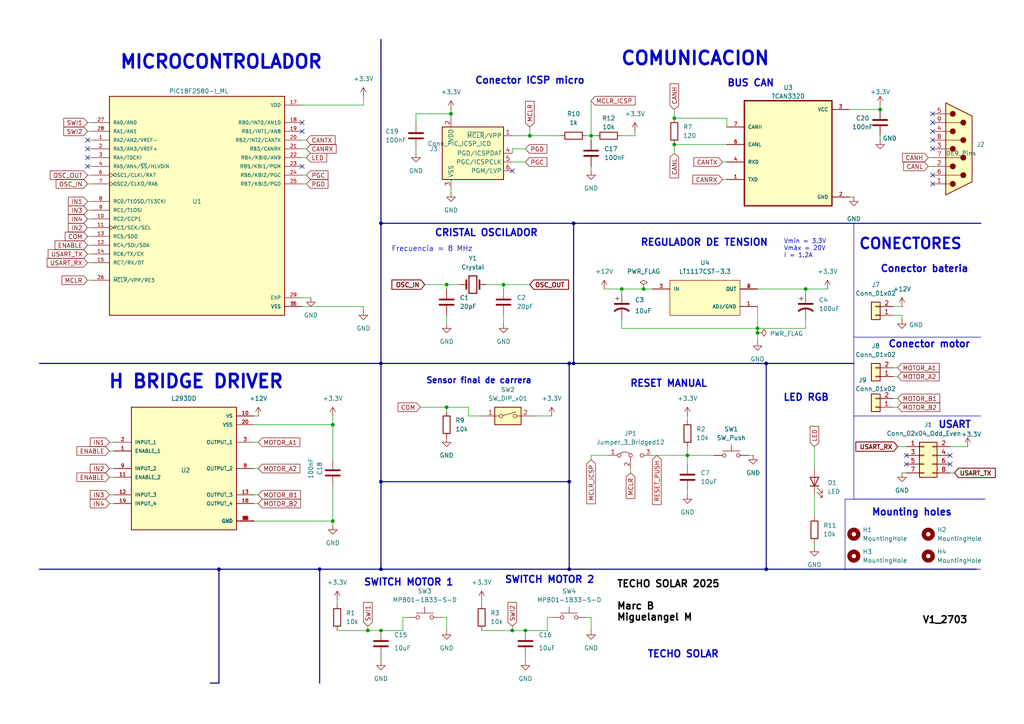
<source format=kicad_sch>
(kicad_sch (version 20250114) (generator "eeschema") (generator_version "9.0")
  (paper "A4")
  (text "V1_2703" (at 267.462 181.102 0) (effects (font (size 2 2) (thickness 0.4) (bold yes)) (justify left bottom)))
  (text "BUS CAN" (at 210.82 25.4 0) (effects (font (size 2 2) (bold yes)) (justify left bottom)))
  (text "Vmin = 3.3V\nVmàx = 20V\nI = 1.2A\n" (at 227.33 74.93 0) (effects (font (size 1.27 1.27)) (justify left bottom)))
  (text "MICROCONTROLADOR" (at 34.544 20.32 0) (effects (font (size 3.81 3.81) (bold yes)) (justify left bottom)))
  (text "COMUNICACION" (at 179.832 19.304 0) (effects (font (size 3.81 3.81) (bold yes)) (justify left bottom)))
  (text "TECHO SOLAR" (at 187.706 191.008 0) (effects (font (size 2 2) (thickness 0.4) (bold yes)) (justify left bottom)))
  (text "SWITCH MOTOR 1" (at 105.41 170.18 0) (effects (font (size 2 2) (bold yes)) (justify left bottom)))
  (text "LED RGB" (at 227.076 116.586 0) (effects (font (size 2 2) (bold yes)) (justify left bottom)))
  (text "CRISTAL OSCILADOR" (at 125.984 68.834 0) (effects (font (size 2 2) (thickness 0.4) (bold yes)) (justify left bottom)))
  (text "Frecuencia = 8 MHz" (at 113.538 73.152 0) (effects (font (size 1.5 1.5)) (justify left bottom)))
  (text "CONECTORES" (at 248.92 72.644 0) (effects (font (size 3.048 3.048) (bold yes)) (justify left bottom)))
  (text "RESET MANUAL" (at 182.626 112.522 0) (effects (font (size 2 2) (bold yes)) (justify left bottom)))
  (text "SWITCH MOTOR 2" (at 146.304 169.418 0) (effects (font (size 2 2) (bold yes)) (justify left bottom)))
  (text "TECHO SOLAR 2025\n\nMarc B\nMiguelangel M\n" (at 178.816 180.34 0) (effects (font (size 2 2) (thickness 0.4) (bold yes)) (justify left bottom)))
  (text "Conector bateria" (at 255.27 79.248 0) (effects (font (size 2 2) (bold yes)) (justify left bottom)))
  (text "Conector ICSP micro\n" (at 137.668 24.638 0) (effects (font (size 2 2) (bold yes)) (justify left bottom)))
  (text "Sensor final de carrera" (at 123.5213 111.4794 0) (effects (font (size 1.7 1.7) (bold yes)) (justify left bottom)))
  (text "Conector motor" (at 257.556 101.092 0) (effects (font (size 2 2) (bold yes)) (justify left bottom)))
  (text "H BRIDGE DRIVER" (at 31.242 113.03 0) (effects (font (size 3.81 3.81) (bold yes)) (justify left bottom)))
  (text "REGULADOR DE TENSION" (at 185.674 71.628 0) (effects (font (size 2 2) (thickness 0.4) (bold yes)) (justify left bottom)))
  (text "USART\n" (at 272.034 124.46 0) (effects (font (size 2 2) (thickness 0.4) (bold yes)) (justify left bottom)))
  (text "Mounting holes" (at 252.73 149.86 0) (effects (font (size 2 2) (thickness 0.4) (bold yes)) (justify left bottom)))
  (junction (at 166.37 105.41))
  (junction (at 195.58 34.29))
  (junction (at 222.25 165.1))
  (junction (at 96.52 151.13))
  (junction (at 165.1 105.41))
  (junction (at 110.49 139.7))
  (junction (at 219.71 96.52))
  (junction (at 199.39 132.08))
  (junction (at 92.71 165.1))
  (junction (at 152.4 182.88))
  (junction (at 146.05 82.55))
  (junction (at 110.49 165.1))
  (junction (at 153.67 39.37))
  (junction (at 110.49 105.41))
  (junction (at 219.71 95.25))
  (junction (at 180.34 83.82))
  (junction (at 148.59 182.88))
  (junction (at 63.5 165.1))
  (junction (at 106.68 182.88))
  (junction (at 165.1 139.7))
  (junction (at 222.25 105.41))
  (junction (at 233.68 83.82))
  (junction (at 165.1 165.1))
  (junction (at 186.69 83.82))
  (junction (at 110.49 64.77))
  (junction (at 110.49 182.88))
  (junction (at 130.81 33.02))
  (junction (at 171.45 39.37))
  (junction (at 255.27 31.75))
  (junction (at 96.52 123.19))
  (junction (at 166.37 64.77))
  (junction (at 195.58 41.91))
  (junction (at 129.54 82.55))
  (junction (at 129.54 118.11))
  (no_connect (at 270.51 53.34))
  (no_connect (at 270.51 40.64))
  (no_connect (at 270.51 50.8))
  (no_connect (at 262.89 134.62))
  (no_connect (at 148.59 49.53))
  (no_connect (at 25.4 40.64))
  (no_connect (at 25.4 45.72))
  (no_connect (at 25.4 48.26))
  (no_connect (at 87.63 48.26))
  (no_connect (at 275.59 132.08))
  (no_connect (at 275.59 134.62))
  (no_connect (at 87.63 35.56))
  (no_connect (at 270.51 35.56))
  (no_connect (at 270.51 38.1))
  (no_connect (at 270.51 33.02))
  (no_connect (at 87.63 38.1))
  (no_connect (at 262.89 132.08))
  (no_connect (at 25.4 43.18))
  (no_connect (at 270.51 43.18))
  (wire (pts (xy 176.53 132.08) (xy 171.45 132.08)))
  (bus (pts (xy 110.49 165.1) (xy 92.71 165.1)))
  (wire (pts (xy 146.05 91.44) (xy 146.05 93.98)))
  (wire (pts (xy 74.93 143.51) (xy 73.66 143.51)))
  (wire (pts (xy 74.93 146.05) (xy 73.66 146.05)))
  (wire (pts (xy 189.23 132.08) (xy 199.39 132.08)))
  (wire (pts (xy 25.4 81.28) (xy 26.67 81.28)))
  (bus (pts (xy 110.49 64.77) (xy 166.37 64.77)))
  (wire (pts (xy 158.75 179.07) (xy 160.02 179.07)))
  (polyline (pts (xy 247.65 144.78) (xy 285.75 144.78)))
  (wire (pts (xy 74.93 135.89) (xy 73.66 135.89)))
  (wire (pts (xy 171.45 48.26) (xy 171.45 49.53)))
  (wire (pts (xy 236.22 143.51) (xy 236.22 149.86)))
  (wire (pts (xy 121.92 118.11) (xy 129.54 118.11)))
  (wire (pts (xy 148.59 182.88) (xy 152.4 182.88)))
  (wire (pts (xy 97.79 182.88) (xy 106.68 182.88)))
  (wire (pts (xy 209.55 52.07) (xy 210.82 52.07)))
  (polyline (pts (xy 247.65 64.77) (xy 247.65 81.28)))
  (wire (pts (xy 31.75 135.89) (xy 33.02 135.89)))
  (wire (pts (xy 73.66 151.13) (xy 96.52 151.13)))
  (wire (pts (xy 219.71 95.25) (xy 219.71 88.9)))
  (wire (pts (xy 210.82 34.29) (xy 210.82 36.83)))
  (bus (pts (xy 166.37 64.77) (xy 166.37 105.41)))
  (bus (pts (xy 110.49 165.1) (xy 165.1 165.1)))
  (wire (pts (xy 275.59 137.16) (xy 276.86 137.16)))
  (wire (pts (xy 269.24 45.72) (xy 270.51 45.72)))
  (wire (pts (xy 25.4 50.8) (xy 26.67 50.8)))
  (wire (pts (xy 25.4 45.72) (xy 26.67 45.72)))
  (polyline (pts (xy 245.11 144.78) (xy 245.11 165.1)))
  (wire (pts (xy 233.68 83.82) (xy 240.03 83.82)))
  (wire (pts (xy 129.54 118.11) (xy 129.54 119.38)))
  (wire (pts (xy 96.52 123.19) (xy 96.52 133.35)))
  (bus (pts (xy 165.1 139.7) (xy 165.1 165.1)))
  (wire (pts (xy 129.54 82.55) (xy 129.54 83.82)))
  (wire (pts (xy 153.67 36.83) (xy 153.67 39.37)))
  (wire (pts (xy 88.9 45.72) (xy 87.63 45.72)))
  (wire (pts (xy 180.34 92.71) (xy 180.34 95.25)))
  (wire (pts (xy 170.18 39.37) (xy 171.45 39.37)))
  (wire (pts (xy 25.4 76.2) (xy 26.67 76.2)))
  (wire (pts (xy 25.4 40.64) (xy 26.67 40.64)))
  (polyline (pts (xy 247.65 97.79) (xy 284.48 97.79)))
  (wire (pts (xy 153.67 39.37) (xy 162.56 39.37)))
  (wire (pts (xy 180.34 83.82) (xy 180.34 85.09)))
  (wire (pts (xy 25.4 53.34) (xy 26.67 53.34)))
  (wire (pts (xy 171.45 179.07) (xy 170.18 179.07)))
  (wire (pts (xy 25.4 43.18) (xy 26.67 43.18)))
  (wire (pts (xy 31.75 146.05) (xy 33.02 146.05)))
  (wire (pts (xy 135.89 120.65) (xy 139.7 120.65)))
  (bus (pts (xy 110.49 139.7) (xy 110.49 165.1)))
  (wire (pts (xy 135.89 118.11) (xy 135.89 120.65)))
  (wire (pts (xy 31.75 130.81) (xy 33.02 130.81)))
  (wire (pts (xy 171.45 132.08) (xy 171.45 133.35)))
  (wire (pts (xy 25.4 35.56) (xy 26.67 35.56)))
  (wire (pts (xy 261.62 88.9) (xy 259.08 88.9)))
  (wire (pts (xy 88.9 40.64) (xy 87.63 40.64)))
  (wire (pts (xy 236.22 157.48) (xy 236.22 158.75)))
  (wire (pts (xy 88.9 50.8) (xy 87.63 50.8)))
  (wire (pts (xy 96.52 152.4) (xy 96.52 151.13)))
  (wire (pts (xy 25.4 48.26) (xy 26.67 48.26)))
  (wire (pts (xy 195.58 41.91) (xy 210.82 41.91)))
  (bus (pts (xy 165.1 105.41) (xy 165.1 139.7)))
  (wire (pts (xy 171.45 179.07) (xy 171.45 182.88)))
  (wire (pts (xy 105.41 27.94) (xy 105.41 30.48)))
  (wire (pts (xy 140.97 82.55) (xy 146.05 82.55)))
  (wire (pts (xy 148.59 39.37) (xy 153.67 39.37)))
  (wire (pts (xy 259.08 109.22) (xy 260.35 109.22)))
  (wire (pts (xy 31.75 128.27) (xy 33.02 128.27)))
  (wire (pts (xy 87.63 86.36) (xy 90.17 86.36)))
  (wire (pts (xy 171.45 39.37) (xy 171.45 40.64)))
  (wire (pts (xy 96.52 151.13) (xy 96.52 140.97)))
  (wire (pts (xy 199.39 142.24) (xy 199.39 143.51)))
  (wire (pts (xy 233.68 83.82) (xy 233.68 85.09)))
  (wire (pts (xy 130.81 33.02) (xy 120.65 33.02)))
  (wire (pts (xy 158.75 182.88) (xy 158.75 179.07)))
  (wire (pts (xy 25.4 38.1) (xy 26.67 38.1)))
  (bus (pts (xy 63.5 165.1) (xy 92.71 165.1)))
  (wire (pts (xy 25.4 73.66) (xy 26.67 73.66)))
  (wire (pts (xy 130.81 54.61) (xy 130.81 55.88)))
  (wire (pts (xy 152.4 43.18) (xy 148.59 43.18)))
  (bus (pts (xy 11.43 165.1) (xy 63.5 165.1)))
  (bus (pts (xy 110.49 139.7) (xy 165.1 139.7)))
  (wire (pts (xy 152.4 182.88) (xy 158.75 182.88)))
  (wire (pts (xy 129.54 118.11) (xy 135.89 118.11)))
  (wire (pts (xy 233.68 95.25) (xy 219.71 95.25)))
  (bus (pts (xy 110.49 11.43) (xy 110.49 64.77)))
  (wire (pts (xy 209.55 46.99) (xy 210.82 46.99)))
  (wire (pts (xy 186.69 83.82) (xy 180.34 83.82)))
  (bus (pts (xy 60.96 198.12) (xy 63.5 198.12)))
  (wire (pts (xy 31.75 143.51) (xy 33.02 143.51)))
  (wire (pts (xy 275.59 129.54) (xy 280.67 129.54)))
  (wire (pts (xy 233.68 92.71) (xy 233.68 95.25)))
  (wire (pts (xy 255.27 40.64) (xy 255.27 39.37)))
  (wire (pts (xy 146.05 82.55) (xy 146.05 83.82)))
  (wire (pts (xy 31.75 138.43) (xy 33.02 138.43)))
  (wire (pts (xy 25.4 66.04) (xy 26.67 66.04)))
  (wire (pts (xy 110.49 182.88) (xy 116.84 182.88)))
  (wire (pts (xy 171.45 39.37) (xy 172.72 39.37)))
  (bus (pts (xy 166.37 105.41) (xy 222.25 105.41)))
  (wire (pts (xy 148.59 43.18) (xy 148.59 44.45)))
  (wire (pts (xy 25.4 68.58) (xy 26.67 68.58)))
  (wire (pts (xy 148.59 181.61) (xy 148.59 182.88)))
  (wire (pts (xy 97.79 173.99) (xy 97.79 175.26)))
  (wire (pts (xy 218.44 132.08) (xy 217.17 132.08)))
  (wire (pts (xy 195.58 41.91) (xy 195.58 44.45)))
  (wire (pts (xy 146.05 82.55) (xy 153.67 82.55)))
  (wire (pts (xy 236.22 129.54) (xy 236.22 135.89)))
  (wire (pts (xy 120.65 44.45) (xy 120.65 43.18)))
  (wire (pts (xy 96.52 123.19) (xy 73.66 123.19)))
  (wire (pts (xy 25.4 71.12) (xy 26.67 71.12)))
  (wire (pts (xy 129.54 179.07) (xy 128.27 179.07)))
  (polyline (pts (xy 284.48 165.1) (xy 245.11 165.1)))
  (wire (pts (xy 133.35 82.55) (xy 129.54 82.55)))
  (wire (pts (xy 139.7 182.88) (xy 148.59 182.88)))
  (wire (pts (xy 74.93 120.65) (xy 73.66 120.65)))
  (polyline (pts (xy 247.65 81.28) (xy 247.65 120.65)))
  (wire (pts (xy 261.62 91.44) (xy 259.08 91.44)))
  (wire (pts (xy 25.4 60.96) (xy 26.67 60.96)))
  (wire (pts (xy 269.24 48.26) (xy 270.51 48.26)))
  (wire (pts (xy 96.52 120.65) (xy 96.52 123.19)))
  (wire (pts (xy 25.4 63.5) (xy 26.67 63.5)))
  (wire (pts (xy 105.41 88.9) (xy 105.41 90.17)))
  (wire (pts (xy 129.54 91.44) (xy 129.54 93.98)))
  (polyline (pts (xy 247.65 120.65) (xy 284.48 120.65)))
  (wire (pts (xy 195.58 34.29) (xy 210.82 34.29)))
  (wire (pts (xy 259.08 106.68) (xy 260.35 106.68)))
  (bus (pts (xy 222.25 165.1) (xy 283.21 165.1)))
  (wire (pts (xy 261.62 91.44) (xy 261.62 92.71)))
  (wire (pts (xy 199.39 129.54) (xy 199.39 132.08)))
  (wire (pts (xy 123.19 82.55) (xy 129.54 82.55)))
  (wire (pts (xy 184.15 39.37) (xy 184.15 38.1)))
  (bus (pts (xy 110.49 64.77) (xy 110.49 105.41)))
  (wire (pts (xy 199.39 132.08) (xy 207.01 132.08)))
  (wire (pts (xy 88.9 53.34) (xy 87.63 53.34)))
  (wire (pts (xy 110.49 191.77) (xy 110.49 190.5)))
  (wire (pts (xy 148.59 46.99) (xy 152.4 46.99)))
  (wire (pts (xy 175.26 83.82) (xy 180.34 83.82)))
  (wire (pts (xy 152.4 191.77) (xy 152.4 190.5)))
  (wire (pts (xy 259.08 118.11) (xy 260.35 118.11)))
  (wire (pts (xy 120.65 33.02) (xy 120.65 35.56)))
  (wire (pts (xy 106.68 182.88) (xy 110.49 182.88)))
  (wire (pts (xy 182.88 137.16) (xy 182.88 135.89)))
  (wire (pts (xy 171.45 29.21) (xy 171.45 39.37)))
  (wire (pts (xy 180.34 95.25) (xy 219.71 95.25)))
  (bus (pts (xy 222.25 105.41) (xy 247.65 105.41)))
  (wire (pts (xy 184.15 39.37) (xy 180.34 39.37)))
  (wire (pts (xy 219.71 95.25) (xy 219.71 96.52)))
  (bus (pts (xy 11.43 105.41) (xy 110.49 105.41)))
  (wire (pts (xy 262.89 137.16) (xy 261.62 137.16)))
  (wire (pts (xy 116.84 182.88) (xy 116.84 179.07)))
  (wire (pts (xy 25.4 58.42) (xy 26.67 58.42)))
  (wire (pts (xy 74.93 128.27) (xy 73.66 128.27)))
  (bus (pts (xy 222.25 105.41) (xy 222.25 165.1)))
  (wire (pts (xy 116.84 179.07) (xy 118.11 179.07)))
  (wire (pts (xy 219.71 96.52) (xy 219.71 99.06)))
  (bus (pts (xy 165.1 105.41) (xy 166.37 105.41)))
  (wire (pts (xy 199.39 120.65) (xy 199.39 121.92)))
  (wire (pts (xy 87.63 30.48) (xy 105.41 30.48)))
  (wire (pts (xy 247.65 57.15) (xy 246.38 57.15)))
  (bus (pts (xy 92.71 165.1) (xy 92.71 198.12)))
  (wire (pts (xy 130.81 31.75) (xy 130.81 33.02)))
  (polyline (pts (xy 247.65 120.65) (xy 247.65 144.78)))
  (wire (pts (xy 219.71 83.82) (xy 233.68 83.82)))
  (bus (pts (xy 110.49 105.41) (xy 165.1 105.41)))
  (wire (pts (xy 189.23 83.82) (xy 186.69 83.82)))
  (wire (pts (xy 260.35 129.54) (xy 262.89 129.54)))
  (bus (pts (xy 63.5 165.1) (xy 63.5 198.12)))
  (wire (pts (xy 199.39 132.08) (xy 199.39 134.62)))
  (bus (pts (xy 165.1 165.1) (xy 222.25 165.1)))
  (bus (pts (xy 110.49 105.41) (xy 110.49 139.7)))
  (wire (pts (xy 154.94 120.65) (xy 160.02 120.65)))
  (wire (pts (xy 255.27 30.48) (xy 255.27 31.75)))
  (wire (pts (xy 255.27 31.75) (xy 246.38 31.75)))
  (wire (pts (xy 130.81 33.02) (xy 130.81 34.29)))
  (bus (pts (xy 166.37 64.77) (xy 284.48 64.77)))
  (wire (pts (xy 106.68 181.61) (xy 106.68 182.88)))
  (wire (pts (xy 195.58 31.75) (xy 195.58 34.29)))
  (wire (pts (xy 87.63 88.9) (xy 105.41 88.9)))
  (wire (pts (xy 139.7 173.99) (xy 139.7 175.26)))
  (wire (pts (xy 129.54 179.07) (xy 129.54 182.88)))
  (polyline (pts (xy 245.11 144.78) (xy 285.75 144.78)))
  (wire (pts (xy 88.9 43.18) (xy 87.63 43.18)))
  (wire (pts (xy 259.08 115.57) (xy 260.35 115.57)))
  (global_label "MOTOR_A2" (shape input) (at 74.93 135.89 0) (property "Intersheetrefs" "${INTERSHEET_REFS}" (effects (hide yes))))
  (global_label "COM" (shape input) (at 121.92 118.11 180) (property "Intersheetrefs" "${INTERSHEET_REFS}" (effects (hide yes))))
  (global_label "SWI2" (shape input) (at 25.4 38.1 180) (property "Intersheetrefs" "${INTERSHEET_REFS}" (effects (hide yes))))
  (global_label "ENABLE" (shape input) (at 31.75 138.43 180) (property "Intersheetrefs" "${INTERSHEET_REFS}" (effects (hide yes))))
  (global_label "MOTOR_B1" (shape input) (at 74.93 143.51 0) (property "Intersheetrefs" "${INTERSHEET_REFS}" (effects (hide yes))))
  (global_label "OSC_OUT" (shape input) (at 25.4 50.8 180) (property "Intersheetrefs" "${INTERSHEET_REFS}" (effects (hide yes))))
  (global_label "CANH" (shape input) (at 195.58 31.75 90) (property "Intersheetrefs" "${INTERSHEET_REFS}" (effects (hide yes))))
  (global_label "MCLR_ICSP" (shape input) (at 171.45 133.35 270) (property "Intersheetrefs" "${INTERSHEET_REFS}" (effects (hide yes))))
  (global_label "CANL" (shape input) (at 195.58 44.45 270) (property "Intersheetrefs" "${INTERSHEET_REFS}" (effects (hide yes))))
  (global_label "PGD" (shape input) (at 88.9 53.34 0) (property "Intersheetrefs" "${INTERSHEET_REFS}" (effects (hide yes))))
  (global_label "USART_RX" (shape input) (at 25.4 76.2 180) (property "Intersheetrefs" "${INTERSHEET_REFS}" (effects (hide yes))))
  (global_label "IN3" (shape input) (at 31.75 143.51 180) (property "Intersheetrefs" "${INTERSHEET_REFS}" (effects (hide yes))))
  (global_label "PGC" (shape input) (at 152.4 46.99 0) (property "Intersheetrefs" "${INTERSHEET_REFS}" (effects (hide yes))))
  (global_label "IN2" (shape input) (at 25.4 66.04 180) (property "Intersheetrefs" "${INTERSHEET_REFS}" (effects (hide yes))))
  (global_label "OSC_OUT" (shape input) (at 153.67 82.55 0) (effects (font (bold yes))) (property "Intersheetrefs" "${INTERSHEET_REFS}" (effects (hide yes))))
  (global_label "SWI2" (shape input) (at 148.59 181.61 90) (property "Intersheetrefs" "${INTERSHEET_REFS}" (effects (hide yes))))
  (global_label "CANTX" (shape input) (at 209.55 46.99 180) (property "Intersheetrefs" "${INTERSHEET_REFS}" (effects (hide yes))))
  (global_label "RESET_PUSH" (shape input) (at 190.5 132.08 270) (property "Intersheetrefs" "${INTERSHEET_REFS}" (effects (hide yes))))
  (global_label "CANL" (shape input) (at 269.24 48.26 180) (property "Intersheetrefs" "${INTERSHEET_REFS}" (effects (hide yes))))
  (global_label "MOTOR_A2" (shape input) (at 260.35 109.22 0) (property "Intersheetrefs" "${INTERSHEET_REFS}" (effects (hide yes))))
  (global_label "SWI1" (shape input) (at 106.68 181.61 90) (property "Intersheetrefs" "${INTERSHEET_REFS}" (effects (hide yes))))
  (global_label "MCLR" (shape input) (at 153.67 36.83 90) (property "Intersheetrefs" "${INTERSHEET_REFS}" (effects (hide yes))))
  (global_label "MCLR" (shape input) (at 182.88 137.16 270) (property "Intersheetrefs" "${INTERSHEET_REFS}" (effects (hide yes))))
  (global_label "MCLR_ICSP" (shape input) (at 171.45 29.21 0) (property "Intersheetrefs" "${INTERSHEET_REFS}" (effects (hide yes))))
  (global_label "IN1" (shape input) (at 31.75 128.27 180) (property "Intersheetrefs" "${INTERSHEET_REFS}" (effects (hide yes))))
  (global_label "MOTOR_B1" (shape input) (at 260.35 115.57 0) (property "Intersheetrefs" "${INTERSHEET_REFS}" (effects (hide yes))))
  (global_label "ENABLE" (shape input) (at 25.4 71.12 180) (property "Intersheetrefs" "${INTERSHEET_REFS}" (effects (hide yes))))
  (global_label "CANTX" (shape input) (at 88.9 40.64 0) (property "Intersheetrefs" "${INTERSHEET_REFS}" (effects (hide yes))))
  (global_label "IN4" (shape input) (at 25.4 63.5 180) (property "Intersheetrefs" "${INTERSHEET_REFS}" (effects (hide yes))))
  (global_label "CANRX" (shape input) (at 209.55 52.07 180) (property "Intersheetrefs" "${INTERSHEET_REFS}" (effects (hide yes))))
  (global_label "OSC_IN" (shape input) (at 123.19 82.55 180) (effects (font (bold yes))) (property "Intersheetrefs" "${INTERSHEET_REFS}" (effects (hide yes))))
  (global_label "LED" (shape input) (at 236.22 129.54 90) (property "Intersheetrefs" "${INTERSHEET_REFS}" (effects (hide yes))))
  (global_label "PGD" (shape input) (at 152.4 43.18 0) (property "Intersheetrefs" "${INTERSHEET_REFS}" (effects (hide yes))))
  (global_label "MOTOR_A1" (shape input) (at 260.35 106.68 0) (property "Intersheetrefs" "${INTERSHEET_REFS}" (effects (hide yes))))
  (global_label "MCLR" (shape input) (at 25.4 81.28 180) (property "Intersheetrefs" "${INTERSHEET_REFS}" (effects (hide yes))))
  (global_label "SWI1" (shape input) (at 25.4 35.56 180) (property "Intersheetrefs" "${INTERSHEET_REFS}" (effects (hide yes))))
  (global_label "COM" (shape input) (at 25.4 68.58 180) (property "Intersheetrefs" "${INTERSHEET_REFS}" (effects (hide yes))))
  (global_label "USART_TX" (shape input) (at 276.86 137.16 0) (effects (font (bold yes))) (property "Intersheetrefs" "${INTERSHEET_REFS}" (effects (hide yes))))
  (global_label "MOTOR_A1" (shape input) (at 74.93 128.27 0) (property "Intersheetrefs" "${INTERSHEET_REFS}" (effects (hide yes))))
  (global_label "MOTOR_B2" (shape input) (at 260.35 118.11 0) (property "Intersheetrefs" "${INTERSHEET_REFS}" (effects (hide yes))))
  (global_label "LED" (shape input) (at 88.9 45.72 0) (property "Intersheetrefs" "${INTERSHEET_REFS}" (effects (hide yes))))
  (global_label "IN1" (shape input) (at 25.4 58.42 180) (property "Intersheetrefs" "${INTERSHEET_REFS}" (effects (hide yes))))
  (global_label "PGC" (shape input) (at 88.9 50.8 0) (property "Intersheetrefs" "${INTERSHEET_REFS}" (effects (hide yes))))
  (global_label "USART_RX" (shape input) (at 260.35 129.54 180) (effects (font (bold yes))) (property "Intersheetrefs" "${INTERSHEET_REFS}" (effects (hide yes))))
  (global_label "CANRX" (shape input) (at 88.9 43.18 0) (property "Intersheetrefs" "${INTERSHEET_REFS}" (effects (hide yes))))
  (global_label "IN2" (shape input) (at 31.75 135.89 180) (property "Intersheetrefs" "${INTERSHEET_REFS}" (effects (hide yes))))
  (global_label "CANH" (shape input) (at 269.24 45.72 180) (property "Intersheetrefs" "${INTERSHEET_REFS}" (effects (hide yes))))
  (global_label "IN4" (shape input) (at 31.75 146.05 180) (property "Intersheetrefs" "${INTERSHEET_REFS}" (effects (hide yes))))
  (global_label "ENABLE" (shape input) (at 31.75 130.81 180) (property "Intersheetrefs" "${INTERSHEET_REFS}" (effects (hide yes))))
  (global_label "IN3" (shape input) (at 25.4 60.96 180) (property "Intersheetrefs" "${INTERSHEET_REFS}" (effects (hide yes))))
  (global_label "MOTOR_B2" (shape input) (at 74.93 146.05 0) (property "Intersheetrefs" "${INTERSHEET_REFS}" (effects (hide yes))))
  (global_label "USART_TX" (shape input) (at 25.4 73.66 180) (property "Intersheetrefs" "${INTERSHEET_REFS}" (effects (hide yes))))
  (global_label "OSC_IN" (shape input) (at 25.4 53.34 180) (property "Intersheetrefs" "${INTERSHEET_REFS}" (effects (hide yes))))
  (symbol (lib_id "Device:R") (at 139.7 179.07 0) (unit 1)
    (property "Reference" "R3" (at 142.24 177.8 0) (effects (justify left)))
    (property "Value" "10k" (at 142.24 180.34 0) (effects (justify left)))
    (property "Footprint" "Resistor_SMD:R_0805_2012Metric_Pad1.20x1.40mm_HandSolder" (effects (hide yes)))
  )
  (symbol (lib_id "Device:C") (at 96.52 137.16 180) (unit 1)
    (property "Reference" "C18" (at 92.71 135.89 90))
    (property "Value" "100nF" (at 90.17 135.89 90))
    (property "Footprint" "Capacitor_SMD:C_0603_1608Metric_Pad1.08x0.95mm_HandSolder" (effects (hide yes)))
  )
  (symbol (lib_id "Mechanical:MountingHole") (at 269.24 154.94 0) (unit 1)
    (property "Reference" "H2" (at 271.78 153.67 0) (effects (justify left)))
    (property "Value" "MountingHole" (at 271.78 156.21 0) (effects (justify left)))
    (property "Footprint" "MountingHole:MountingHole_3.2mm_M3" (effects (hide yes)))
  )
  (symbol (lib_id "Switch:SW_Push") (at 165.1 179.07 0) (unit 1)
    (property "Reference" "SW4" (at 165.1 171.45 0))
    (property "Value" "MPB01-1B33-S-D" (at 165.1 173.99 0))
    (property "Footprint" "Button_Switch_THT:SW_PUSH_6mm" (effects (hide yes)))
  )
  (symbol (lib_name "+3.3V_4") (lib_id "power:+3.3V") (at 139.7 173.99 0) (unit 1)
    (property "Reference" "#PWR022" (effects (hide yes)))
    (property "Value" "+3.3V" (at 139.7 168.91 0))
    (property "Description" "Power symbol creates a global label with name \"+3.3V\"" (effects (hide yes)))
  )
  (symbol (lib_id "power:GND") (at 110.49 191.77 0) (unit 1)
    (property "Reference" "#PWR042" (effects (hide yes)))
    (property "Value" "GND" (at 110.49 196.85 0))
  )
  (symbol (lib_id "Device:C") (at 110.49 186.69 0) (unit 1)
    (property "Reference" "C15" (at 114.3 184.15 0) (effects (justify left)))
    (property "Value" "10uF" (at 114.3 187.96 0) (effects (justify left)))
    (property "Footprint" "Capacitor_SMD:C_0805_2012Metric_Pad1.18x1.45mm_HandSolder" (effects (hide yes)))
  )
  (symbol (lib_id "power:GND") (at 261.62 92.71 0) (unit 1)
    (property "Reference" "#PWR026" (effects (hide yes)))
    (property "Value" "GND" (at 265.684 94.234 0))
  )
  (symbol (lib_id "Mechanical:MountingHole") (at 247.65 161.29 0) (unit 1)
    (property "Reference" "H3" (at 250.19 160.02 0) (effects (justify left)))
    (property "Value" "MountingHole" (at 250.19 162.56 0) (effects (justify left)))
    (property "Footprint" "MountingHole:MountingHole_3.2mm_M3" (effects (hide yes)))
  )
  (symbol (lib_name "+3.3V_12") (lib_id "power:+3.3V") (at 199.39 120.65 0) (unit 1)
    (property "Reference" "#PWR015" (effects (hide yes)))
    (property "Value" "+3.3V" (at 199.39 115.57 0))
    (property "Description" "Power symbol creates a global label with name \"+3.3V\"" (effects (hide yes)))
  )
  (symbol (lib_id "Device:C") (at 152.4 186.69 0) (unit 1)
    (property "Reference" "C16" (at 156.21 184.15 0) (effects (justify left)))
    (property "Value" "10uF" (at 156.21 187.96 0) (effects (justify left)))
    (property "Footprint" "Capacitor_SMD:C_0805_2012Metric_Pad1.18x1.45mm_HandSolder" (effects (hide yes)))
  )
  (symbol (lib_id "Connector:Conn_PIC_ICSP_ICD") (at 135.89 44.45 0) (unit 1)
    (property "Reference" "J3" (at 127 43.1799 0) (effects (justify right)))
    (property "Value" "Conn_PIC_ICSP_ICD" (at 142.494 41.656 0) (effects (justify right)))
    (property "Footprint" "Connector_PinSocket_2.54mm:PinSocket_1x06_P2.54mm_Vertical" (effects (hide yes)))
    (property "Datasheet" "http://ww1.microchip.com/downloads/en/devicedoc/30277d.pdf" (effects (hide yes)))
    (property "Description" "Microchip PIC In-Circuit Serial Programming/Debugging (ICSP/ICD) connector" (effects (hide yes)))
  )
  (symbol (lib_id "Device:C") (at 129.54 87.63 0) (unit 1)
    (property "Reference" "C1" (at 133.35 86.36 0) (effects (justify left)))
    (property "Value" "20pF" (at 133.35 88.9 0) (effects (justify left)))
    (property "Footprint" "Capacitor_SMD:C_0805_2012Metric_Pad1.18x1.45mm_HandSolder" (effects (hide yes)))
  )
  (symbol (lib_id "power:GND") (at 261.62 137.16 0) (unit 1)
    (property "Reference" "#PWR09" (effects (hide yes)))
    (property "Value" "GND" (at 261.62 142.24 0))
  )
  (symbol (lib_id "Device:R") (at 129.54 123.19 0) (unit 1)
    (property "Reference" "R9" (at 132.08 121.92 0) (effects (justify left)))
    (property "Value" "10k" (at 132.08 124.46 0) (effects (justify left)))
    (property "Footprint" "Resistor_SMD:R_0805_2012Metric_Pad1.20x1.40mm_HandSolder" (effects (hide yes)))
  )
  (symbol (lib_id "power:+12V") (at 175.26 83.82 0) (unit 1)
    (property "Reference" "#PWR05" (effects (hide yes)))
    (property "Value" "+12V" (at 175.26 78.74 0))
    (property "Description" "Power symbol creates a global label with name \"+12V\"" (effects (hide yes)))
  )
  (symbol (lib_id "Device:R") (at 166.37 39.37 90) (unit 1)
    (property "Reference" "R10" (at 166.37 33.02 90))
    (property "Value" "1k" (at 166.37 35.56 90))
    (property "Footprint" "Resistor_SMD:R_0805_2012Metric_Pad1.20x1.40mm_HandSolder" (effects (hide yes)))
  )
  (symbol (lib_id "Jumper:Jumper_3_Bridged12") (at 182.88 132.08 0) (unit 1)
    (property "Reference" "JP1" (at 182.88 125.73 0))
    (property "Value" "Jumper_3_Bridged12" (at 182.88 128.27 0))
    (property "Footprint" "Connector_PinHeader_2.54mm:PinHeader_1x03_P2.54mm_Vertical" (effects (hide yes)))
  )
  (symbol (lib_id "power:GND") (at 171.45 182.88 0) (unit 1)
    (property "Reference" "#PWR046" (effects (hide yes)))
    (property "Value" "GND" (at 171.45 187.96 0))
  )
  (symbol (lib_id "power:GND") (at 105.41 90.17 0) (unit 1)
    (property "Reference" "#PWR036" (effects (hide yes)))
    (property "Value" "GND" (at 105.41 95.25 0))
  )
  (symbol (lib_id "power:+3.3V") (at 130.81 31.75 0) (unit 1)
    (property "Reference" "#PWR06" (effects (hide yes)))
    (property "Value" "+3.3V" (at 130.81 26.67 0))
    (property "Description" "Power symbol creates a global label with name \"+3.3V\"" (effects (hide yes)))
  )
  (symbol (lib_id "PIC18F2580-I_ML:PIC18F2580-I_ML") (at 57.15 58.42 0) (unit 1)
    (property "Reference" "U1" (at 57.15 58.42 0))
    (property "Value" "PIC18F2580-I_ML" (at 57.658 26.416 0))
    (property "Footprint" "PIC18F2580-I_ML:QFN65P600X600X100-29N" (effects (hide yes)))
    (property "MF" "Microchip" (effects (hide yes)))
    (property "MAXIMUM_PACKAGE_HEIGHT" "1.00mm" (effects (hide yes)))
    (property "Package" "QFN-28 Microchip" (effects (hide yes)))
    (property "Price" "None" (effects (hide yes)))
    (property "Check_prices" "https://www.snapeda.com/parts/PIC18F2580-I/ML/Microchip/view-part/?ref=eda" (effects (hide yes)))
    (property "STANDARD" "IPC-7351B" (effects (hide yes)))
    (property "PARTREV" "D" (effects (hide yes)))
    (property "SnapEDA_Link" "https://www.snapeda.com/parts/PIC18F2580-I/ML/Microchip/view-part/?ref=snap" (effects (hide yes)))
    (property "MP" "PIC18F2580-I/ML" (effects (hide yes)))
    (property "Description_1" "32 KB Flash, 1536 RAM, 25 I/O28 QFN-S 6x6x0.9mm TUBE | Microchip Technology Inc. PIC18F2580-I/ML" (effects (hide yes)))
    (property "Availability" "In Stock" (effects (hide yes)))
    (property "MANUFACTURER" "Microchip" (effects (hide yes)))
  )
  (symbol (lib_id "Connector_Generic:Conn_01x02") (at 254 118.11 180) (unit 1)
    (property "Reference" "J9" (at 250.19 110.236 0))
    (property "Value" "Conn_01x02" (at 254 112.776 0))
    (property "Footprint" "Connector_PinHeader_2.54mm:PinHeader_1x02_P2.54mm_Vertical" (effects (hide yes)))
  )
  (symbol (lib_id "Connector:DE9_Pins") (at 278.13 43.18 0) (unit 1)
    (property "Reference" "J2" (at 283.21 41.9099 0) (effects (justify left)))
    (property "Value" "DE9_Pins" (at 274.32 44.45 0) (effects (justify left)))
    (property "Footprint" "User_Library:DB9" (effects (hide yes)))
    (property "Description" "9-pin D-SUB connector, pins (male)" (effects (hide yes)))
  )
  (symbol (lib_id "power:GND") (at 129.54 93.98 0) (unit 1)
    (property "Reference" "#PWR02" (effects (hide yes)))
    (property "Value" "GND" (at 129.54 99.06 0))
  )
  (symbol (lib_name "+3.3V_2") (lib_id "power:+3.3V") (at 97.79 173.99 0) (unit 1)
    (property "Reference" "#PWR018" (effects (hide yes)))
    (property "Value" "+3.3V" (at 97.79 168.91 0))
    (property "Description" "Power symbol creates a global label with name \"+3.3V\"" (effects (hide yes)))
  )
  (symbol (lib_id "Connector_Generic:Conn_01x02") (at 254 91.44 180) (unit 1)
    (property "Reference" "J7" (at 254 82.55 0))
    (property "Value" "Conn_01x02" (at 254 85.09 0))
    (property "Footprint" "Connector_PinHeader_2.54mm:PinHeader_1x02_P2.54mm_Vertical" (effects (hide yes)))
  )
  (symbol (lib_id "L293DD:L293DD") (at 53.34 135.89 0) (unit 1)
    (property "Reference" "U2" (at 53.848 136.398 0))
    (property "Value" "L293DD" (at 53.34 115.57 0))
    (property "Footprint" "L293DD:SOIC127P1032X265-20N" (effects (hide yes)))
    (property "MF" "STMicroelectronics" (effects (hide yes)))
    (property "Description_1" "Bipolar Motor Driver  Parallel 20-SOIC" (effects (hide yes)))
    (property "Package" "SOIC-20 STMicroelectronics" (effects (hide yes)))
    (property "Price" "None" (effects (hide yes)))
    (property "Check_prices" "https://www.snapeda.com/parts/L293DD/STMicroelectronics/view-part/?ref=eda" (effects (hide yes)))
    (property "STANDARD" "IPC-7351B" (effects (hide yes)))
    (property "PARTREV" "N/A" (effects (hide yes)))
    (property "SnapEDA_Link" "https://www.snapeda.com/parts/L293DD/STMicroelectronics/view-part/?ref=snap" (effects (hide yes)))
    (property "MP" "L293DD" (effects (hide yes)))
    (property "Availability" "In Stock" (effects (hide yes)))
    (property "MANUFACTURER" "STMicroelectronics" (effects (hide yes)))
  )
  (symbol (lib_name "+3.3V_5") (lib_id "power:+3.3V") (at 96.52 120.65 0) (unit 1)
    (property "Reference" "#PWR014" (effects (hide yes)))
    (property "Value" "+3.3V" (at 96.52 115.57 0))
    (property "Description" "Power symbol creates a global label with name \"+3.3V\"" (effects (hide yes)))
  )
  (symbol (lib_id "Mechanical:MountingHole") (at 269.24 161.29 0) (unit 1)
    (property "Reference" "H4" (at 271.78 160.02 0) (effects (justify left)))
    (property "Value" "MountingHole" (at 271.78 162.56 0) (effects (justify left)))
    (property "Footprint" "MountingHole:MountingHole_3.2mm_M3" (effects (hide yes)))
  )
  (symbol (lib_id "Device:R") (at 199.39 125.73 0) (unit 1)
    (property "Reference" "R2" (at 201.93 124.46 0) (effects (justify left)))
    (property "Value" "10k" (at 201.93 127 0) (effects (justify left)))
    (property "Footprint" "Resistor_SMD:R_0805_2012Metric_Pad1.20x1.40mm_HandSolder" (effects (hide yes)))
  )
  (symbol (lib_id "power:PWR_FLAG") (at 219.71 96.52 270) (unit 1)
    (property "Reference" "#FLG02" (effects (hide yes)))
    (property "Value" "PWR_FLAG" (at 223.266 96.774 90) (effects (justify left)))
  )
  (symbol (lib_id "power:+3.3V") (at 255.27 30.48 0) (unit 1)
    (property "Reference" "#PWR032" (effects (hide yes)))
    (property "Value" "+3.3V" (at 255.27 26.67 0))
    (property "Description" "Power symbol creates a global label with name \"+3.3V\"" (effects (hide yes)))
  )
  (symbol (lib_id "Device:LED") (at 236.22 139.7 90) (unit 1)
    (property "Reference" "D1" (at 240.03 140.0174 90) (effects (justify right)))
    (property "Value" "LED" (at 240.03 142.5574 90) (effects (justify right)))
    (property "Footprint" "LED_SMD:LED_0603_1608Metric" (effects (hide yes)))
    (property "Description" "Light emitting diode" (effects (hide yes)))
    (property "Sim.Pins" "1=K 2=A" (effects (hide yes)))
  )
  (symbol (lib_id "Device:C") (at 120.65 39.37 0) (unit 1)
    (property "Reference" "C19" (at 111.76 38.1 0) (effects (justify left)))
    (property "Value" "100nF" (at 111.76 40.64 0) (effects (justify left)))
    (property "Footprint" "Capacitor_SMD:C_0603_1608Metric_Pad1.08x0.95mm_HandSolder" (effects (hide yes)))
  )
  (symbol (lib_id "Mechanical:MountingHole") (at 247.65 154.94 0) (unit 1)
    (property "Reference" "H1" (at 250.19 153.67 0) (effects (justify left)))
    (property "Value" "MountingHole" (at 250.19 156.21 0) (effects (justify left)))
    (property "Footprint" "MountingHole:MountingHole_3.2mm_M3" (effects (hide yes)))
  )
  (symbol (lib_id "power:GND") (at 199.39 143.51 0) (unit 1)
    (property "Reference" "#PWR013" (effects (hide yes)))
    (property "Value" "GND" (at 199.39 148.59 0))
  )
  (symbol (lib_id "Switch:SW_Push") (at 123.19 179.07 0) (unit 1)
    (property "Reference" "SW3" (at 123.19 171.45 0))
    (property "Value" "MPB01-1B33-S-D" (at 123.19 173.99 0))
    (property "Footprint" "Button_Switch_THT:SW_PUSH_6mm" (effects (hide yes)))
  )
  (symbol (lib_id "Device:Crystal") (at 137.16 82.55 0) (unit 1)
    (property "Reference" "Y1" (at 137.16 74.93 0))
    (property "Value" "Crystal" (at 137.16 77.47 0))
    (property "Footprint" "User_Library:ECS80830JGNTR" (effects (hide yes)))
    (property "Description" "Two pin crystal" (effects (hide yes)))
  )
  (symbol (lib_id "Device:C") (at 171.45 44.45 0) (unit 1)
    (property "Reference" "C17" (at 175.26 43.18 0) (effects (justify left)))
    (property "Value" "100nF" (at 175.26 45.72 0) (effects (justify left)))
    (property "Footprint" "Capacitor_SMD:C_0603_1608Metric_Pad1.08x0.95mm_HandSolder" (effects (hide yes)))
  )
  (symbol (lib_id "Connector_Generic:Conn_02x04_Odd_Even") (at 267.97 132.08 0) (unit 1)
    (property "Reference" "J1" (at 269.24 123.19 0))
    (property "Value" "Conn_02x04_Odd_Even" (at 267.97 125.73 0))
    (property "Footprint" "Connector_PinHeader_2.54mm:PinHeader_2x04_P2.54mm_Vertical" (effects (hide yes)))
  )
  (symbol (lib_id "power:GND") (at 219.71 99.06 0) (unit 1)
    (property "Reference" "#PWR04" (effects (hide yes)))
    (property "Value" "GND" (at 219.71 104.14 0))
  )
  (symbol (lib_id "power:+3.3V") (at 184.15 38.1 0) (unit 1)
    (property "Reference" "#PWR031" (effects (hide yes)))
    (property "Value" "+3.3V" (at 184.15 33.02 0))
    (property "Description" "Power symbol creates a global label with name \"+3.3V\"" (effects (hide yes)))
  )
  (symbol (lib_id "Device:C") (at 199.39 138.43 0) (unit 1)
    (property "Reference" "C7" (at 203.2 137.16 0) (effects (justify left)))
    (property "Value" "10uF" (at 203.2 139.7 0) (effects (justify left)))
    (property "Footprint" "Capacitor_SMD:C_0805_2012Metric_Pad1.18x1.45mm_HandSolder" (effects (hide yes)))
  )
  (symbol (lib_name "+12V_1") (lib_id "power:+12V") (at 74.93 120.65 0) (unit 1)
    (property "Reference" "#PWR024" (effects (hide yes)))
    (property "Value" "+12V" (at 74.93 115.57 0))
    (property "Description" "Power symbol creates a global label with name \"+12V\"" (effects (hide yes)))
  )
  (symbol (lib_id "power:GND") (at 90.17 86.36 0) (unit 1)
    (property "Reference" "#PWR037" (effects (hide yes)))
    (property "Value" "GND" (at 90.17 91.44 0))
  )
  (symbol (lib_id "power:PWR_FLAG") (at 186.69 83.82 0) (unit 1)
    (property "Reference" "#FLG01" (effects (hide yes)))
    (property "Value" "PWR_FLAG" (at 186.69 78.74 0))
  )
  (symbol (lib_id "power:GND") (at 255.27 40.64 0) (unit 1)
    (property "Reference" "#PWR033" (effects (hide yes)))
    (property "Value" "GND" (at 258.064 40.132 0))
    (property "Description" "Power symbol creates a global label with name \"GND\" , ground" (effects (hide yes)))
  )
  (symbol (lib_id "power:GND") (at 129.54 127 0) (unit 1)
    (property "Reference" "#PWR027" (effects (hide yes)))
    (property "Value" "GND" (at 129.54 132.08 0))
  )
  (symbol (lib_id "Device:C_Polarized_US") (at 180.34 88.9 0) (unit 1)
    (property "Reference" "C3" (at 184.15 86.995 0) (effects (justify left)))
    (property "Value" "10uF" (at 184.15 90.17 0) (effects (justify left)))
    (property "Footprint" "Capacitor_SMD:C_0805_2012Metric_Pad1.18x1.45mm_HandSolder" (effects (hide yes)))
  )
  (symbol (lib_id "power:GND") (at 236.22 158.75 0) (unit 1)
    (property "Reference" "#PWR038" (effects (hide yes)))
    (property "Value" "GND" (at 236.22 163.83 0))
  )
  (symbol (lib_id "power:GND") (at 152.4 191.77 0) (unit 1)
    (property "Reference" "#PWR045" (effects (hide yes)))
    (property "Value" "GND" (at 152.4 196.85 0))
  )
  (symbol (lib_id "Device:C") (at 146.05 87.63 0) (unit 1)
    (property "Reference" "C2" (at 149.86 86.36 0) (effects (justify left)))
    (property "Value" "20pF" (at 149.86 88.9 0) (effects (justify left)))
    (property "Footprint" "Capacitor_SMD:C_0805_2012Metric_Pad1.18x1.45mm_HandSolder" (effects (hide yes)))
  )
  (symbol (lib_id "power:GND") (at 129.54 182.88 0) (unit 1)
    (property "Reference" "#PWR043" (effects (hide yes)))
    (property "Value" "GND" (at 129.54 187.96 0))
  )
  (symbol (lib_name "+12V_2") (lib_id "power:+12V") (at 261.62 88.9 0) (unit 1)
    (property "Reference" "#PWR028" (effects (hide yes)))
    (property "Value" "+12V" (at 261.62 83.82 0))
    (property "Description" "Power symbol creates a global label with name \"+12V\"" (effects (hide yes)))
  )
  (symbol (lib_id "power:GND") (at 146.05 93.98 0) (unit 1)
    (property "Reference" "#PWR03" (effects (hide yes)))
    (property "Value" "GND" (at 146.05 99.06 0))
  )
  (symbol (lib_id "Switch:SW_DIP_x01") (at 147.32 120.65 0) (unit 1)
    (property "Reference" "SW2" (at 147.32 113.03 0))
    (property "Value" "SW_DIP_x01" (at 147.32 115.57 0))
    (property "Footprint" "Button_Switch_THT:SW_DIP_SPSTx01_Slide_6.7x4.1mm_W7.62mm_P2.54mm_LowProfile" (effects (hide yes)))
    (property "Description" "1x DIP Switch, Single Pole Single Throw (SPST) switch, small symbol" (effects (hide yes)))
  )
  (symbol (lib_id "Switch:SW_Push") (at 212.09 132.08 0) (unit 1)
    (property "Reference" "SW1" (at 212.09 124.46 0))
    (property "Value" "SW_Push" (at 212.09 127 0))
    (property "Footprint" "Button_Switch_THT:SW_PUSH_6mm" (effects (hide yes)))
  )
  (symbol (lib_id "power:GND") (at 171.45 49.53 0) (unit 1)
    (property "Reference" "#PWR049" (effects (hide yes)))
    (property "Value" "GND" (at 171.45 54.61 0))
  )
  (symbol (lib_id "Connector_Generic:Conn_01x02") (at 254 109.22 180) (unit 1)
    (property "Reference" "J8" (at 254 100.33 0))
    (property "Value" "Conn_01x02" (at 254 102.87 0))
    (property "Footprint" "Connector_PinHeader_2.54mm:PinHeader_1x02_P2.54mm_Vertical" (effects (hide yes)))
  )
  (symbol (lib_name "+3.3V_11") (lib_id "power:+3.3V") (at 105.41 27.94 0) (unit 1)
    (property "Reference" "#PWR011" (effects (hide yes)))
    (property "Value" "+3.3V" (at 105.41 22.86 0))
    (property "Description" "Power symbol creates a global label with name \"+3.3V\"" (effects (hide yes)))
  )
  (symbol (lib_id "LT1117CST-3.3:LT1117CST-3.3") (at 204.47 86.36 0) (unit 1)
    (property "Reference" "U4" (at 204.47 76.2 0))
    (property "Value" "LT1117CST-3.3" (at 204.47 78.74 0))
    (property "Footprint" "User_Library:REG_LT1117CST-3.3" (effects (hide yes)))
    (property "MF" "Analog Devices / Linear Technology" (effects (hide yes)))
    (property "Description_1" "Linear Voltage Regulator IC Positive Fixed 1 Output  800mA SOT-223-3" (effects (hide yes)))
    (property "Package" "SOT-223-3 Analog Devices" (effects (hide yes)))
    (property "Price" "None" (effects (hide yes)))
    (property "Check_prices" "https://www.snapeda.com/parts/LT1117CST-3.3/Analog+Devices/view-part/?ref=eda" (effects (hide yes)))
    (property "STANDARD" "Manufacturer Recommendation" (effects (hide yes)))
    (property "SnapEDA_Link" "https://www.snapeda.com/parts/LT1117CST-3.3/Analog+Devices/view-part/?ref=snap" (effects (hide yes)))
    (property "MP" "LT1117CST-3.3" (effects (hide yes)))
    (property "Availability" "In Stock" (effects (hide yes)))
    (property "MANUFACTURER" "Linear Technology/Analog Devices" (effects (hide yes)))
  )
  (symbol (lib_id "Device:R") (at 195.58 38.1 180) (unit 1)
    (property "Reference" "R7" (at 198.12 36.83 0) (effects (justify right)))
    (property "Value" "120" (at 198.12 39.37 0) (effects (justify right)))
    (property "Footprint" "Resistor_SMD:R_0805_2012Metric_Pad1.20x1.40mm_HandSolder" (effects (hide yes)))
  )
  (symbol (lib_id "Device:R") (at 236.22 153.67 0) (unit 1)
    (property "Reference" "R11" (at 238.76 152.4 0) (effects (justify left)))
    (property "Value" "10k" (at 238.76 154.94 0) (effects (justify left)))
    (property "Footprint" "Resistor_SMD:R_0805_2012Metric_Pad1.20x1.40mm_HandSolder" (effects (hide yes)))
  )
  (symbol (lib_name "+3.3V_8") (lib_id "power:+3.3V") (at 280.67 129.54 0) (unit 1)
    (property "Reference" "#PWR010" (effects (hide yes)))
    (property "Value" "+3.3V" (at 281.686 125.984 0))
    (property "Description" "Power symbol creates a global label with name \"+3.3V\"" (effects (hide yes)))
  )
  (symbol (lib_id "TCAN332D:TCAN332D") (at 228.6 44.45 0) (unit 1)
    (property "Reference" "U3" (at 228.6 25.4 0))
    (property "Value" "TCAN332D" (at 228.6 27.94 0))
    (property "Footprint" "User_Library:SOIC127P599X175-8N" (effects (hide yes)))
    (property "MF" "Texas Instruments" (effects (hide yes)))
    (property "Description_1" "3.3-V CAN Transceivers" (effects (hide yes)))
    (property "Package" "SOIC-8 Texas Instruments" (effects (hide yes)))
    (property "Price" "None" (effects (hide yes)))
    (property "SnapEDA_Link" "https://www.snapeda.com/parts/TCAN332D/Texas+Instruments/view-part/?ref=snap" (effects (hide yes)))
    (property "MP" "TCAN332D" (effects (hide yes)))
    (property "Availability" "In Stock" (effects (hide yes)))
    (property "Check_prices" "https://www.snapeda.com/parts/TCAN332D/Texas+Instruments/view-part/?ref=eda" (effects (hide yes)))
  )
  (symbol (lib_id "power:GND") (at 218.44 132.08 0) (unit 1)
    (property "Reference" "#PWR012" (effects (hide yes)))
    (property "Value" "GND" (at 218.44 137.16 0))
  )
  (symbol (lib_name "+3.3V_6") (lib_id "power:+3.3V") (at 160.02 120.65 0) (unit 1)
    (property "Reference" "#PWR025" (effects (hide yes)))
    (property "Value" "+3.3V" (at 160.02 115.57 0))
    (property "Description" "Power symbol creates a global label with name \"+3.3V\"" (effects (hide yes)))
  )
  (symbol (lib_id "power:GND") (at 130.81 55.88 0) (unit 1)
    (property "Reference" "#PWR023" (effects (hide yes)))
    (property "Value" "GND" (at 130.81 60.96 0))
  )
  (symbol (lib_id "power:GND") (at 96.52 152.4 0) (unit 1)
    (property "Reference" "#PWR01" (effects (hide yes)))
    (property "Value" "GND" (at 96.52 157.48 0))
    (property "Description" "Power symbol creates a global label with name \"GND\" , ground" (effects (hide yes)))
  )
  (symbol (lib_id "power:GND") (at 120.65 44.45 0) (unit 1)
    (property "Reference" "#PWR051" (effects (hide yes)))
    (property "Value" "GND" (at 120.65 49.53 0))
  )
  (symbol (lib_name "+3.3V_9") (lib_id "power:+3.3V") (at 240.03 83.82 0) (unit 1)
    (property "Reference" "#PWR029" (effects (hide yes)))
    (property "Value" "+3.3V" (at 240.03 78.74 0))
    (property "Description" "Power symbol creates a global label with name \"+3.3V\"" (effects (hide yes)))
  )
  (symbol (lib_id "Device:C") (at 255.27 35.56 180) (unit 1)
    (property "Reference" "C20" (at 250.19 34.29 0))
    (property "Value" "100nF" (at 250.19 36.83 0))
    (property "Footprint" "Capacitor_SMD:C_0603_1608Metric_Pad1.08x0.95mm_HandSolder" (effects (hide yes)))
  )
  (symbol (lib_id "Device:R") (at 97.79 179.07 0) (unit 1)
    (property "Reference" "R1" (at 100.33 177.8 0) (effects (justify left)))
    (property "Value" "10k" (at 100.33 180.34 0) (effects (justify left)))
    (property "Footprint" "Resistor_SMD:R_0805_2012Metric_Pad1.20x1.40mm_HandSolder" (effects (hide yes)))
  )
  (symbol (lib_id "Device:C_Polarized_US") (at 233.68 88.9 0) (unit 1)
    (property "Reference" "C4" (at 237.49 86.995 0) (effects (justify left)))
    (property "Value" "100uF" (at 237.49 89.535 0) (effects (justify left)))
    (property "Footprint" "Capacitor_SMD:C_0805_2012Metric_Pad1.18x1.45mm_HandSolder" (effects (hide yes)))
  )
  (symbol (lib_id "power:GND") (at 247.65 57.15 0) (unit 1)
    (property "Reference" "#PWR034" (effects (hide yes)))
    (property "Value" "GND" (at 247.65 63.5 0))
    (property "Description" "Power symbol creates a global label with name \"GND\" , ground" (effects (hide yes)))
  )
  (symbol (lib_id "Device:R") (at 176.53 39.37 90) (unit 1)
    (property "Reference" "R12" (at 176.53 34.29 90))
    (property "Value" "10k" (at 176.53 36.83 90))
    (property "Footprint" "Resistor_SMD:R_0805_2012Metric_Pad1.20x1.40mm_HandSolder" (effects (hide yes)))
  )
)
</source>
